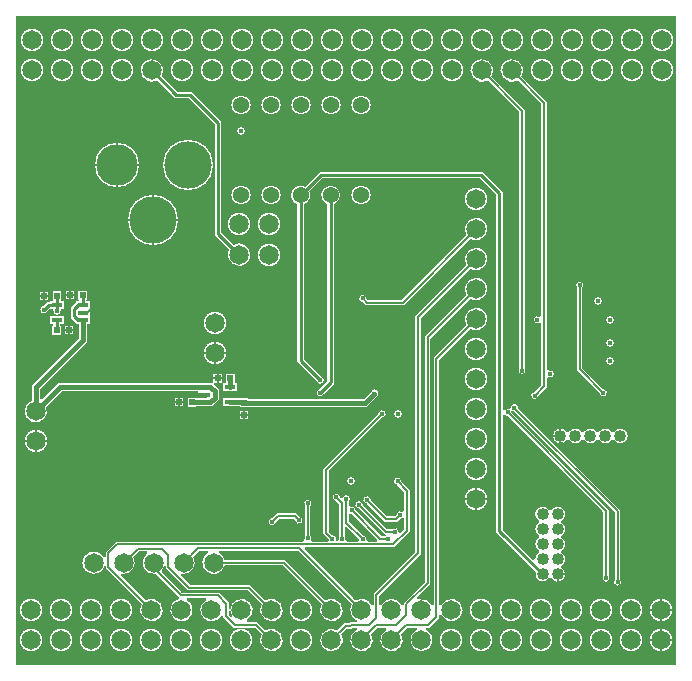
<source format=gbl>
G04 ================== begin FILE IDENTIFICATION RECORD ==================*
G04 Layout Name:  BBB_CAPE_PCB_AN_V_1_1.brd*
G04 Film Name:    BOTTOM*
G04 File Format:  Gerber RS274X*
G04 File Origin:  Cadence Allegro 16.6-2015-S056*
G04 Origin Date:  Tue May 17 20:29:37 2016*
G04 *
G04 Layer:  VIA CLASS/BOTTOM*
G04 Layer:  PIN/BOTTOM*
G04 Layer:  ETCH/BOTTOM*
G04 *
G04 Offset:    (0.00 0.00)*
G04 Mirror:    No*
G04 Mode:      Positive*
G04 Rotation:  0*
G04 FullContactRelief:  No*
G04 UndefLineWidth:     5.00*
G04 ================== end FILE IDENTIFICATION RECORD ====================*
%FSLAX25Y25*MOIN*%
%IR0*IPPOS*OFA0.00000B0.00000*MIA0B0*SFA1.00000B1.00000*%
%ADD18C,.04*%
%ADD11C,.015*%
%ADD17C,.054*%
%ADD10C,.065*%
%ADD13R,.036X.016*%
%ADD16R,.019X.019*%
%ADD12R,.019X.019*%
%ADD14C,.1378*%
%ADD15C,.15748*%
%ADD19C,.01*%
%ADD20C,.006*%
%ADD26C,.02504*%
%ADD25C,.06404*%
%ADD21C,.07504*%
%ADD24C,.16752*%
%ADD22R,.02904X.02904*%
%ADD23C,.14784*%
G75*
%LPD*%
G75*
G36*
G01X611300Y1592400D02*
Y1808700D01*
X831000D01*
Y1592400D01*
X611300D01*
G37*
%LPC*%
G75*
G36*
G01X659717Y1788741D02*
X665056Y1783402D01*
X669757D01*
X679602Y1773557D01*
Y1736556D01*
X683743Y1732415D01*
G02X682121Y1730731I1757J-3315D01*
G01X682183Y1730859D01*
X677398Y1735644D01*
Y1772645D01*
X668845Y1781198D01*
X664144D01*
X658159Y1787183D01*
X658031Y1787121D01*
G02X659779Y1788869I-1631J3379D01*
G01X659717Y1788741D01*
G37*
G36*
G01X727954Y1714521D02*
X728453Y1714022D01*
X739647D01*
X761285Y1735660D01*
X761213Y1735792D01*
G02X762692Y1734313I3287J1808D01*
G01X762560Y1734385D01*
X740393Y1712218D01*
X727707D01*
X726679Y1713246D01*
X726605Y1713252D01*
G02X727948Y1714595I95J1248D01*
G01X727954Y1714521D01*
G37*
G36*
G01X622256Y1711026D02*
X621601Y1710370D01*
X621586Y1710326D01*
G02X619999Y1711913I-1186J401D01*
G01X620043Y1711928D01*
X621544Y1713428D01*
X622498D01*
Y1713628D01*
X623348D01*
Y1716852D01*
X626252D01*
Y1713628D01*
X627102D01*
Y1711026D01*
X626420D01*
G03X626027Y1710547I-1J-400D01*
G02X623573I-1227J-247D01*
G03X623180Y1711026I-392J79D01*
G01X622256D01*
G37*
G36*
G01X626152Y1705352D02*
Y1702448D01*
X623248D01*
Y1705352D01*
X623598D01*
Y1705908D01*
X622498D01*
Y1708510D01*
X627102D01*
Y1705908D01*
X625802D01*
Y1705352D01*
X626152D01*
G37*
G36*
G01X769615Y1788560D02*
X780702Y1777473D01*
Y1691345D01*
G02X778898I-902J-869D01*
G01Y1776727D01*
X768338Y1787287D01*
G02X769687Y1788692I-1939J3212D01*
G01X769615Y1788560D01*
G37*
G36*
G01X684902Y1683690D02*
X682965D01*
X682940Y1683683D01*
G02X682260I-340J1308D01*
G01X682235Y1683690D01*
X680298D01*
Y1686292D01*
X681148D01*
Y1689352D01*
X684052D01*
Y1686292D01*
X684902D01*
Y1683690D01*
G37*
G36*
G01X717102Y1686044D02*
X713801Y1682743D01*
X713786Y1682699D01*
G02X712199Y1684286I-1186J401D01*
G01X712243Y1684301D01*
X714898Y1686956D01*
Y1745893D01*
G02X717102I1102J3007D01*
G01Y1686044D01*
G37*
G36*
G01X805646Y1682979D02*
X798098Y1690527D01*
Y1718031D01*
G02X799902I902J869D01*
G01Y1691273D01*
X806921Y1684254D01*
X806995Y1684248D01*
G02X805652Y1682905I-95J-1248D01*
G01X805646Y1682979D01*
G37*
G36*
G01X688552Y1678448D02*
Y1678348D01*
X685648D01*
Y1678522D01*
X682600D01*
G02X682260Y1678565I-2J1351D01*
G01X682235Y1678572D01*
X680298D01*
Y1681174D01*
X682235D01*
X682260Y1681181D01*
G02X682600Y1681224I338J-1308D01*
G01X685648D01*
Y1681252D01*
X688552D01*
Y1681152D01*
X727040D01*
X729644Y1683756D01*
G02X731556Y1681844I956J-956D01*
G01X728160Y1678448D01*
X688552D01*
G37*
G36*
G01X795406Y1667391D02*
G03X794716I-345J-204D01*
G02Y1669931I-2155J1270D01*
G03X795406I345J204D01*
G02X799716I2155J-1270D01*
G03X800406I345J204D01*
G02X804716I2155J-1270D01*
G03X805406I345J204D01*
G02X809716I2155J-1270D01*
G03X810406I345J204D01*
G02Y1667391I2155J-1270D01*
G03X809716I-345J-204D01*
G02X805406I-2155J1270D01*
G03X804716I-345J-204D01*
G02X800406I-2155J1270D01*
G03X799716I-345J-204D01*
G02X795406I-2155J1270D01*
G37*
G36*
G01X696455Y1641298D02*
X696529Y1641304D01*
X698107Y1642882D01*
X704393D01*
X705421Y1641854D01*
X705495Y1641848D01*
G02X704152Y1640505I-95J-1248D01*
G01X704146Y1640579D01*
X703647Y1641078D01*
X698853D01*
X697804Y1640029D01*
X697798Y1639955D01*
G02X696455Y1641298I-1248J95D01*
G37*
G36*
G01X812562Y1620869D02*
G02X810760I-901J-869D01*
G01Y1643366D01*
X777279Y1676846D01*
X777205Y1676852D01*
G02X776496Y1677140I94J1248D01*
G03X776180Y1676920I-128J-154D01*
G02X776248Y1676595I-1181J-417D01*
G01X776254Y1676521D01*
X808702Y1644073D01*
Y1622069D01*
G02X806898I-902J-869D01*
G01Y1643327D01*
X774979Y1675246D01*
X774905Y1675252D01*
G02X774092Y1675638I95J1248D01*
G03X773402Y1675363I-290J-275D01*
G01Y1637456D01*
X783515Y1627342D01*
G03X784198Y1627622I283J283D01*
G02X785430Y1629755I2502J-23D01*
G03Y1630445I-204J345D01*
G02Y1634755I1270J2155D01*
G03Y1635445I-204J345D01*
G02Y1639755I1270J2155D01*
G03Y1640445I-204J345D01*
G02X788855Y1643870I1270J2155D01*
G03X789545I345J204D01*
G02X792970Y1640445I2155J-1270D01*
G03Y1639755I204J-345D01*
G02Y1635445I-1270J-2155D01*
G03Y1634755I204J-345D01*
G02Y1630445I-1270J-2155D01*
G03Y1629755I204J-345D01*
G02Y1625445I-1270J-2155D01*
G03Y1624755I204J-345D01*
G02X789545Y1621330I-1270J-2155D01*
G03X788855I-345J-204D01*
G02X784297Y1623298I-2155J1271D01*
G01X784330Y1623412D01*
X771198Y1636544D01*
Y1749244D01*
X765844Y1754598D01*
X713256D01*
X708907Y1750249D01*
X708958Y1750126D01*
G02X707102Y1745893I-2958J-1226D01*
G01Y1694256D01*
X712957Y1688401D01*
X713001Y1688386D01*
G02X711414Y1686799I-401J-1186D01*
G01X711399Y1686843D01*
X704898Y1693344D01*
Y1745893D01*
G02X707226Y1751858I1102J3007D01*
G01X707349Y1751807D01*
X712344Y1756802D01*
X766756D01*
X773402Y1750156D01*
Y1677637D01*
G03X774092Y1677362I400J0D01*
G02X775493Y1677651I908J-862D01*
G03X776050Y1678038I157J368D01*
G02X778548Y1678195I1250J62D01*
G01X778554Y1678121D01*
X812562Y1644112D01*
Y1620869D01*
G37*
G36*
G01X621131Y1678419D02*
G02X616348Y1680400I-3431J-1519D01*
G01Y1685560D01*
X632048Y1701260D01*
Y1705907D01*
X631098D01*
Y1706356D01*
X629398Y1708056D01*
Y1711480D01*
X631098Y1713180D01*
Y1713628D01*
X632298D01*
Y1714148D01*
X631948D01*
Y1717052D01*
X634852D01*
Y1714148D01*
X634502D01*
Y1713628D01*
X635702D01*
Y1711070D01*
Y1705907D01*
X634752D01*
Y1700140D01*
X619052Y1684440D01*
Y1681128D01*
G03X619734Y1680846I400J1D01*
G01X625231Y1686342D01*
X676511D01*
X676607Y1686246D01*
G03X676948Y1686388I141J142D01*
G01Y1689352D01*
X679852D01*
Y1686448D01*
X677370D01*
G03X677088Y1685766I1J-400D01*
G01X678800Y1684053D01*
Y1680811D01*
X676511Y1678522D01*
X674000D01*
G02X673749Y1678545I-3J1351D01*
G01X673731Y1678548D01*
X671252D01*
Y1678448D01*
X668348D01*
Y1681352D01*
X671252D01*
Y1681252D01*
X671698D01*
Y1683640D01*
X626351D01*
X621131Y1678419D01*
G37*
G36*
G01X785254Y1682079D02*
X785248Y1682005D01*
G02X783905Y1683348I-1248J95D01*
G01X783979Y1683354D01*
X786298Y1685673D01*
Y1706085D01*
G03X785658Y1706405I-400J0D01*
G02Y1708407I-752J1001D01*
G03X786298Y1708727I240J320D01*
G01Y1779327D01*
X778338Y1787287D01*
G02X779687Y1788692I-1939J3212D01*
G01X779615Y1788560D01*
X788102Y1780073D01*
Y1690835D01*
G03X788677Y1690475I400J-1D01*
G02Y1688225I549J-1125D01*
G03X788102Y1687865I-175J-359D01*
G01Y1684927D01*
X785254Y1682079D01*
G37*
G36*
G01X694492Y1603887D02*
G02X693013Y1602408I1808J-3287D01*
G01X693085Y1602540D01*
X690827Y1604798D01*
X683827D01*
X680298Y1608327D01*
Y1608529D01*
G03X679552Y1608728I-400J-1D01*
G02X674428Y1613852I-3252J1872D01*
G03X674229Y1614598I-200J346D01*
G01X668371D01*
G03X668172Y1613852I1J-400D01*
G02X665275Y1614209I-1871J-3252D01*
G03X665448Y1614877I-109J385D01*
G01X657626Y1622699D01*
X657527Y1622685D01*
G02X654845Y1629471I-527J3715D01*
G03X654615Y1630198I-230J327D01*
G01X652073D01*
X650215Y1628340D01*
X650287Y1628208D01*
G02X646509Y1622680I-3287J-1808D01*
G03X646174Y1622001I-52J-396D01*
G01X654360Y1613815D01*
X654492Y1613887D01*
G02X653013Y1612408I1808J-3287D01*
G01X653085Y1612540D01*
X640998Y1624627D01*
Y1625509D01*
X640648D01*
X640606Y1625365D01*
G02X640252Y1628272I-3606J1036D01*
G03X640998Y1628471I346J200D01*
G01Y1629873D01*
X644527Y1633402D01*
X706903D01*
G03X707265Y1633971I0J400D01*
G02X707498Y1635369I1135J529D01*
G01Y1645331D01*
G02X709302I902J869D01*
G01Y1635369D01*
G02X709535Y1633971I-902J-869D01*
G03X709897Y1633402I362J-169D01*
G01X715025D01*
G03X715406Y1633922I0J400D01*
G02X715352Y1634205I1195J375D01*
G01X715346Y1634279D01*
X713598Y1636027D01*
Y1657773D01*
X731946Y1676121D01*
X731952Y1676195D01*
G02X733295Y1674852I1248J-95D01*
G01X733221Y1674846D01*
X715402Y1657027D01*
Y1636773D01*
X716621Y1635554D01*
X716695Y1635548D01*
G02X717794Y1633922I-95J-1248D01*
G03X718175Y1633402I381J-120D01*
G01X718197D01*
G03X718585Y1633898I0J400D01*
G02X718898Y1635069I1215J303D01*
G01Y1645927D01*
X717879Y1646946D01*
X717805Y1646952D01*
G02X719148Y1648295I95J1248D01*
G01X719154Y1648221D01*
X719372Y1648003D01*
G03X720029Y1648144I283J282D01*
G02X722101Y1646831I1171J-444D01*
G01Y1645440D01*
G03X722646Y1645067I400J0D01*
G02X724348Y1643995I454J-1167D01*
G01X724354Y1643921D01*
X732973Y1635302D01*
X734131D01*
G02X734293Y1635433I866J-905D01*
G01X734380Y1635493D01*
Y1635798D01*
X734127D01*
X725379Y1644546D01*
X725305Y1644552D01*
G02X726648Y1645895I95J1248D01*
G01X726654Y1645821D01*
X734873Y1637602D01*
X736631D01*
G02X738749Y1636616I869J-902D01*
G03X739431Y1636306I399J-27D01*
G01X740598Y1637473D01*
Y1641014D01*
G03X739981Y1641349I-400J0D01*
G02X739395Y1641152I-680J1051D01*
G01X739321Y1641146D01*
X738293Y1640118D01*
X734087D01*
X728059Y1646146D01*
X727985Y1646152D01*
G02X729328Y1647495I95J1248D01*
G01X729334Y1647421D01*
X734833Y1641922D01*
X737547D01*
X738046Y1642421D01*
X738052Y1642495D01*
G02X739981Y1643451I1248J-95D01*
G03X740598Y1643786I217J335D01*
G01Y1650059D01*
X738295Y1652362D01*
X738221Y1652368D01*
G02X739564Y1653711I95J1248D01*
G01X739570Y1653637D01*
X742402Y1650805D01*
Y1636727D01*
X737273Y1631598D01*
X707542D01*
G03X707259Y1630916I0J-400D01*
G01X724360Y1613815D01*
X724492Y1613887D01*
G02X729642Y1612305I1808J-3287D01*
G03X730398Y1612487I356J182D01*
G01Y1615973D01*
X744298Y1629873D01*
Y1708673D01*
X761285Y1725660D01*
X761213Y1725792D01*
G02X762692Y1724313I3287J1808D01*
G01X762560Y1724385D01*
X746102Y1707927D01*
Y1629127D01*
X732202Y1615227D01*
Y1612487D01*
G03X732958Y1612305I400J0D01*
G02X739642I3342J-1705D01*
G03X740398Y1612487I356J182D01*
G01Y1612873D01*
X747498Y1619973D01*
Y1701873D01*
X761285Y1715660D01*
X761213Y1715792D01*
G02X762692Y1714313I3287J1808D01*
G01X762560Y1714385D01*
X749302Y1701127D01*
Y1619227D01*
X744977Y1614902D01*
G03X745360Y1614232I283J-283D01*
G02X749642Y1612305I940J-3632D01*
G03X750398Y1612487I356J182D01*
G01Y1694773D01*
X761285Y1705660D01*
X761213Y1705792D01*
G02X762692Y1704313I3287J1808D01*
G01X762560Y1704385D01*
X752202Y1694027D01*
Y1612487D01*
G03X752958Y1612305I400J0D01*
G02Y1608895I3342J-1705D01*
G03X752202Y1608713I-356J-182D01*
G01Y1607927D01*
X748973Y1604698D01*
X748187D01*
G03X748005Y1603942I0J-400D01*
G02X744595I-1705J-3342D01*
G03X744413Y1604698I-182J356D01*
G01X741673D01*
X739515Y1602540D01*
X739587Y1602408D01*
G02X734428Y1603852I-3288J-1808D01*
G03X734229Y1604598I-200J346D01*
G01X731573D01*
X729515Y1602540D01*
X729587Y1602408D01*
G02X724595Y1603942I-3287J-1808D01*
G03X724413Y1604698I-182J356D01*
G01X723123D01*
X722823Y1604398D01*
X721373D01*
X719515Y1602540D01*
X719587Y1602408D01*
G02X718108Y1603887I-3287J-1808D01*
G01X718240Y1603815D01*
X720627Y1606202D01*
X722077D01*
X722377Y1606502D01*
X724413D01*
G03X724595Y1607258I0J400D01*
G02X723013Y1612408I1705J3342D01*
G01X723085Y1612540D01*
X705227Y1630398D01*
X679071D01*
G03X678872Y1629652I1J-400D01*
G02X680603Y1627446I-1872J-3251D01*
G01X680645Y1627302D01*
X700873D01*
X714360Y1613815D01*
X714492Y1613887D01*
G02X713013Y1612408I1808J-3287D01*
G01X713085Y1612540D01*
X700127Y1625498D01*
X680645D01*
X680603Y1625354D01*
G02X675128Y1629652I-3603J1046D01*
G03X674929Y1630398I-200J346D01*
G01X672273D01*
X670215Y1628340D01*
X670287Y1628208D01*
G02X666509Y1622680I-3287J-1808D01*
G03X666174Y1622001I-52J-396D01*
G01X669173Y1619002D01*
X689173D01*
X694360Y1613815D01*
X694492Y1613887D01*
G02X693013Y1612408I1808J-3287D01*
G01X693085Y1612540D01*
X688427Y1617198D01*
X668427D01*
X660998Y1624627D01*
Y1625509D01*
X660648D01*
X660606Y1625365D01*
G02X659671Y1623765I-3606J1034D01*
G03X659673Y1623202I285J-280D01*
G01X666473Y1616402D01*
X678873D01*
X682102Y1613173D01*
Y1609073D01*
X682943Y1608232D01*
X683196Y1608486D01*
X683113Y1608620D01*
G02X688172Y1607348I3187J1980D01*
G03X688371Y1606602I200J-346D01*
G01X691573D01*
X694360Y1603815D01*
X694492Y1603887D01*
G37*
G54D26*
X686000Y1770200D03*
X722961Y1653739D03*
X738316Y1675984D03*
X809250Y1693626D03*
Y1707406D03*
X804974Y1713650D03*
X809232Y1699532D03*
G54D25*
X686000Y1748900D03*
Y1778900D03*
X696000Y1748900D03*
X716000Y1778900D03*
X706000D03*
X696000D03*
X726000Y1748900D03*
Y1778900D03*
G54D21*
X616300Y1610600D03*
Y1600600D03*
X617700Y1666900D03*
X616400Y1790500D03*
Y1800500D03*
X636300Y1610600D03*
X626300D03*
X636300Y1600600D03*
X626300D03*
X636400Y1790500D03*
X626400D03*
X636400Y1800500D03*
X626400D03*
X646300Y1610600D03*
X666300Y1600600D03*
X656300D03*
X646300D03*
X666400Y1790500D03*
X646400D03*
X666400Y1800500D03*
X656400D03*
X646400D03*
X686300Y1600600D03*
X676300D03*
X677600Y1696300D03*
Y1706300D03*
X685500Y1739300D03*
X686400Y1790500D03*
X676400D03*
X686400Y1800500D03*
X676400D03*
X706300Y1610600D03*
Y1600600D03*
X695500Y1729100D03*
Y1739300D03*
X716400Y1790500D03*
X706400D03*
X696400D03*
X716400Y1800500D03*
X706400D03*
X696400D03*
X746400Y1790500D03*
X736400D03*
X726400D03*
X746400Y1800500D03*
X736400D03*
X726400D03*
X766300Y1610600D03*
Y1600600D03*
X756300D03*
X764500Y1667600D03*
Y1657600D03*
Y1647600D03*
Y1687600D03*
Y1677600D03*
Y1697600D03*
Y1747600D03*
X756400Y1790500D03*
X766400Y1800500D03*
X756400D03*
X796300Y1610600D03*
X786300D03*
X776300D03*
X796300Y1600600D03*
X786300D03*
X776300D03*
X796400Y1790500D03*
X786400D03*
X796400Y1800500D03*
X786400D03*
X776400D03*
X816300Y1610600D03*
X806300D03*
X816300Y1600600D03*
X806300D03*
X816400Y1790500D03*
X806400D03*
X816400Y1800500D03*
X806400D03*
X826300Y1610600D03*
Y1600600D03*
X826400Y1790500D03*
Y1800500D03*
G54D24*
X656700Y1740600D03*
X668511Y1759104D03*
G54D22*
X620600Y1715400D03*
X628900Y1703900D03*
X629200Y1715600D03*
X665600Y1679900D03*
X687100Y1675600D03*
G54D23*
X644889Y1759104D03*
%LPD*%
G75*
G36*
G01X728015Y1633898D02*
G03X726895Y1635448I-1215J302D01*
G01X726821Y1635454D01*
X722102Y1640173D01*
Y1642360D01*
G02X722646Y1642733I400J0D01*
G03X723005Y1642652I452J1167D01*
G01X723079Y1642646D01*
X731641Y1634084D01*
G02X731358Y1633402I-283J-282D01*
G01X728403D01*
G02X728015Y1633898I0J400D01*
G37*
G36*
G01X720702Y1635069D02*
Y1638058D01*
G02X721384Y1638341I400J0D01*
G01X725546Y1634179D01*
X725552Y1634105D01*
G03X725585Y1633898I1248J93D01*
G02X725197Y1633402I-388J-96D01*
G01X721403D01*
G02X721015Y1633898I0J400D01*
G03X720702Y1635069I-1215J303D01*
G37*
G54D10*
X616300Y1610600D03*
Y1600600D03*
X617700Y1666900D03*
Y1676900D03*
X616400Y1790500D03*
Y1800500D03*
X636300Y1610600D03*
X626300D03*
X636300Y1600600D03*
X626300D03*
X637000Y1626400D03*
X636400Y1790500D03*
X626400D03*
X636400Y1800500D03*
X626400D03*
X666300Y1610600D03*
X656300D03*
X646300D03*
X666300Y1600600D03*
X656300D03*
X646300D03*
X647000Y1626400D03*
X657000D03*
X667000D03*
X666400Y1790500D03*
X656400D03*
X646400D03*
X666400Y1800500D03*
X656400D03*
X646400D03*
X686300Y1610600D03*
X676300D03*
X686300Y1600600D03*
X676300D03*
X677000Y1626400D03*
X677600Y1696300D03*
Y1706300D03*
X685500Y1729100D03*
Y1739300D03*
X686400Y1790500D03*
X676400D03*
X686400Y1800500D03*
X676400D03*
X716300Y1610600D03*
X706300D03*
X696300D03*
X716300Y1600600D03*
X706300D03*
X696300D03*
X695500Y1729100D03*
Y1739300D03*
X716400Y1790500D03*
X706400D03*
X696400D03*
X716400Y1800500D03*
X706400D03*
X696400D03*
X746300Y1610600D03*
X736300D03*
X726300D03*
X746300Y1600600D03*
X736300D03*
X726300D03*
X746400Y1790500D03*
X736400D03*
X726400D03*
X746400Y1800500D03*
X736400D03*
X726400D03*
X766300Y1610600D03*
X756300D03*
X766300Y1600600D03*
X756300D03*
X764500Y1667600D03*
Y1657600D03*
Y1647600D03*
Y1687600D03*
Y1677600D03*
Y1717600D03*
Y1707600D03*
Y1697600D03*
Y1737600D03*
Y1727600D03*
Y1747600D03*
X766400Y1790500D03*
X756400D03*
X766400Y1800500D03*
X756400D03*
X796300Y1610600D03*
X786300D03*
X776300D03*
X796300Y1600600D03*
X786300D03*
X776300D03*
X796400Y1790500D03*
X786400D03*
X776400D03*
X796400Y1800500D03*
X786400D03*
X776400D03*
X816300Y1610600D03*
X806300D03*
X816300Y1600600D03*
X806300D03*
X816400Y1790500D03*
X806400D03*
X816400Y1800500D03*
X806400D03*
X826300Y1610600D03*
Y1600600D03*
X826400Y1790500D03*
Y1800500D03*
G54D20*
G01X613748Y1666900D02*
X617700D01*
G01Y1662948D02*
Y1666900D01*
G01D02*
Y1670852D01*
G01Y1666900D02*
X621652D01*
G01X638000Y1712800D02*
X634968Y1709768D01*
X633400D01*
G01X629200Y1713948D02*
Y1715600D01*
G01X628900Y1702248D02*
Y1703900D01*
G01D02*
Y1705552D01*
G01X627248Y1703900D02*
X628900D01*
G01D02*
X630552D01*
G01X620600Y1713748D02*
Y1715400D01*
G01X629200Y1715600D02*
Y1717252D01*
G01X627548Y1715600D02*
X629200D01*
G01D02*
X630852D01*
G01X620600Y1715400D02*
Y1717052D01*
G01X618948Y1715400D02*
X620600D01*
G01D02*
X622252D01*
G01X637297Y1759104D02*
X644889D01*
G01X738316Y1653616D02*
X741500Y1650432D01*
Y1637100D01*
X736900Y1632500D01*
X644900D01*
X641900Y1629500D01*
Y1625000D01*
X656300Y1610600D01*
G01X657000Y1626400D02*
Y1624600D01*
X666100Y1615500D01*
X678500D01*
X681200Y1612800D01*
Y1608700D01*
X684200Y1605700D01*
X691200D01*
X696300Y1600600D01*
G01X647000Y1626400D02*
X651700Y1631100D01*
X659700D01*
X661900Y1628900D01*
Y1625000D01*
X668800Y1618100D01*
X688800D01*
X696300Y1610600D01*
G01X663948Y1679900D02*
X665600D01*
G01X656700Y1732024D02*
Y1740600D01*
G01D02*
Y1749176D01*
G01X648124Y1740600D02*
X656700D01*
G01D02*
X665276D01*
G01X644889Y1751512D02*
Y1759104D01*
G01D02*
Y1766696D01*
G01Y1759104D02*
X652481D01*
G01X677000Y1626400D02*
X700500D01*
X716300Y1610600D01*
G01X667000Y1626400D02*
X671900Y1631300D01*
X705600D01*
X726300Y1610600D01*
G01X678400Y1686248D02*
Y1687900D01*
G01D02*
Y1689552D01*
G01X676748Y1687900D02*
X678400D01*
G01D02*
X680052D01*
G01X687100Y1673948D02*
Y1675600D01*
G01D02*
Y1677252D01*
G01X685448Y1675600D02*
X687100D01*
G01D02*
X688752D01*
G01X665600Y1678248D02*
Y1679900D01*
G01D02*
Y1681552D01*
G01Y1679900D02*
X667252D01*
G01X677600Y1692348D02*
Y1696300D01*
G01D02*
Y1700252D01*
G01X673648Y1696300D02*
X677600D01*
G01D02*
X681552D01*
G01X764500Y1727600D02*
X745200Y1708300D01*
Y1629500D01*
X731300Y1615600D01*
Y1608000D01*
X728900Y1605600D01*
X722750D01*
X722450Y1605300D01*
X721000D01*
X716300Y1600600D01*
G01X733200Y1676100D02*
X714500Y1657400D01*
Y1636400D01*
X716600Y1634300D01*
G01X708400Y1634500D02*
Y1646200D01*
G01X705400Y1640600D02*
X704020Y1641980D01*
X698480D01*
X696550Y1640050D01*
G01X764500Y1707600D02*
X751300Y1694400D01*
Y1608300D01*
X748600Y1605600D01*
X741300D01*
X736300Y1600600D01*
G01X764500Y1717600D02*
X748400Y1701500D01*
Y1619600D01*
X741300Y1612500D01*
Y1608900D01*
X737900Y1605500D01*
X731200D01*
X726300Y1600600D01*
G01X717900Y1648200D02*
X719800Y1646300D01*
Y1634200D01*
G01X726800D02*
X721200Y1639800D01*
Y1647700D01*
G01X735000Y1634400D02*
X732600D01*
X723100Y1643900D01*
G01X737500Y1636700D02*
X734500D01*
X725400Y1645800D01*
G01X739300Y1642400D02*
X737920Y1641020D01*
X734460D01*
X728080Y1647400D01*
G01X726700Y1714500D02*
X728080Y1713120D01*
X740020D01*
X764500Y1737600D01*
G01Y1643648D02*
Y1647600D01*
G01D02*
Y1651552D01*
G01X760548Y1647600D02*
X764500D01*
G01D02*
X768452D01*
G01X779800Y1690476D02*
Y1777100D01*
X766400Y1790500D01*
G01X791700Y1619898D02*
Y1622600D01*
G01D02*
X794402D01*
G01X775000Y1676500D02*
X807800Y1643700D01*
Y1621200D01*
G01X811661Y1620000D02*
Y1643739D01*
X777300Y1678100D01*
G01X792561Y1665959D02*
Y1668661D01*
G01D02*
Y1671363D01*
G01X789859Y1668661D02*
X792561D01*
G01X784000Y1682100D02*
X787200Y1685300D01*
Y1779700D01*
X776400Y1790500D01*
G01X806900Y1683000D02*
X799000Y1690900D01*
Y1718900D01*
G01X826300Y1596648D02*
Y1600600D01*
G01D02*
Y1604552D01*
G01X822348Y1600600D02*
X826300D01*
G01D02*
X830252D01*
G01X826300Y1606648D02*
Y1610600D01*
G01D02*
Y1614552D01*
G01X822348Y1610600D02*
X826300D01*
G01D02*
X830252D01*
G54D11*
G01X617700Y1676900D02*
X625791Y1684991D01*
X674000D01*
G01X633400Y1707209D02*
Y1700700D01*
X617700Y1685000D01*
Y1676900D01*
G01X674000Y1682432D02*
X668432D01*
G01X674000Y1684991D02*
X675951D01*
X677449Y1683493D01*
Y1681371D01*
X675951Y1679873D01*
X674000D01*
G01D02*
X673973Y1679900D01*
X669800D01*
G01X682600Y1684991D02*
Y1687900D01*
G01Y1679873D02*
X687027D01*
X687100Y1679800D01*
G01X730600Y1682800D02*
X727600Y1679800D01*
X687100D01*
X612710Y1636008D03*
Y1626008D03*
Y1616008D03*
Y1656008D03*
Y1646008D03*
Y1686008D03*
Y1676008D03*
Y1666008D03*
Y1706008D03*
Y1696008D03*
Y1736008D03*
Y1726008D03*
Y1716008D03*
Y1766008D03*
Y1756008D03*
Y1746008D03*
Y1776008D03*
X632710Y1636008D03*
X639800Y1618400D03*
X631800Y1618000D03*
X635931Y1661523D03*
X630931D03*
X635931Y1656523D03*
X630931D03*
X635931Y1651523D03*
X630931D03*
X635931Y1646523D03*
X630931D03*
X635931Y1676523D03*
X630931D03*
X635931Y1671523D03*
X630931D03*
X635931Y1666523D03*
X630931D03*
X622710Y1676008D03*
Y1696008D03*
X624800Y1710300D03*
X620400Y1710727D03*
X624800Y1712300D03*
X632710Y1736008D03*
X622710D03*
X632710Y1726008D03*
X622710D03*
X632710Y1766008D03*
Y1756008D03*
X622710D03*
X632710Y1746008D03*
X622710D03*
X632710Y1776008D03*
X664000Y1620300D03*
X662710Y1636008D03*
X652710D03*
X642710D03*
X660600Y1617600D03*
X665874Y1661947D03*
Y1656947D03*
Y1651947D03*
Y1646947D03*
X660931Y1661523D03*
X655931D03*
X650931D03*
X645931D03*
X640931D03*
X660931Y1656523D03*
X655931D03*
X650931D03*
X645931D03*
X640931D03*
X660931Y1651523D03*
X655931D03*
X650931D03*
X645931D03*
X640931D03*
X660931Y1646523D03*
X655931D03*
X650931D03*
X645931D03*
X640931D03*
X665874Y1671947D03*
Y1666947D03*
X660931Y1676523D03*
X655931D03*
X650931D03*
X645931D03*
X640931D03*
X660931Y1671523D03*
X655931D03*
X650931D03*
X645931D03*
X640931D03*
X660931Y1666523D03*
X655931D03*
X650931D03*
X645931D03*
X640931D03*
X648400Y1664700D03*
X652710Y1706008D03*
X642710Y1736008D03*
X662710Y1726008D03*
X652710D03*
X642710D03*
X662710Y1716008D03*
X652710D03*
X642710Y1746008D03*
X662710Y1776008D03*
X683800Y1620300D03*
X682710Y1636008D03*
X672710D03*
Y1656008D03*
X682710Y1646008D03*
Y1676008D03*
X672710D03*
X682710Y1666008D03*
X672710D03*
X682710Y1706008D03*
X670300Y1704900D03*
X670100Y1696500D03*
X672710Y1726008D03*
X682710Y1716008D03*
X672710D03*
X682710Y1766008D03*
Y1756008D03*
X690500Y1744600D03*
X681700D03*
X682900Y1774200D03*
X672710Y1776008D03*
X686000Y1770200D03*
X716600Y1634300D03*
X708400Y1634500D03*
X699800Y1635500D03*
X702710Y1616008D03*
X705400Y1640600D03*
X696550Y1640050D03*
X708400Y1646200D03*
X712600Y1660400D03*
X708100Y1658200D03*
X702710Y1656008D03*
X692710D03*
Y1646008D03*
X708300Y1674100D03*
X692710Y1686008D03*
X702710Y1676008D03*
X692710D03*
X702710Y1666008D03*
X692710D03*
X712600Y1687200D03*
Y1683100D03*
X696700Y1707300D03*
X702710Y1706008D03*
X712710Y1696008D03*
X702710D03*
X712710Y1736008D03*
X702710D03*
X712710Y1726008D03*
Y1716008D03*
X692710D03*
X702710Y1766008D03*
X692710Y1756008D03*
X710000Y1743400D03*
X712300Y1772900D03*
X702100Y1773400D03*
X692500Y1773500D03*
X722800Y1634600D03*
X729500Y1634500D03*
X722710Y1626008D03*
X719800Y1634200D03*
X726800D03*
X735000Y1634400D03*
X737500Y1636700D03*
X739300Y1642400D03*
X728080Y1647400D03*
X738316Y1653616D03*
X735500Y1644800D03*
X724400Y1648600D03*
X722961Y1653739D03*
X717900Y1648200D03*
X721200Y1647700D03*
X723100Y1643900D03*
X725400Y1645800D03*
X733200Y1676100D03*
X742710Y1686008D03*
X722710D03*
X738316Y1675984D03*
X730600Y1682800D03*
X726700Y1714500D03*
X732710Y1706008D03*
X722710D03*
X732710Y1696008D03*
X722710D03*
X742710Y1736008D03*
X732710D03*
X722710D03*
X732710Y1726008D03*
X722710D03*
X742710Y1766008D03*
X732710D03*
X722710D03*
X742710Y1746008D03*
X732710D03*
X721500Y1743100D03*
X742710Y1776008D03*
X732710D03*
X721400Y1772000D03*
X761700Y1619800D03*
X755800Y1655000D03*
X752710Y1736008D03*
X762710Y1766008D03*
X752710D03*
Y1746008D03*
X762710Y1776008D03*
X752710D03*
X783100Y1636500D03*
X792710Y1616008D03*
X780600Y1618900D03*
X772500Y1619900D03*
X792710Y1656008D03*
X782710D03*
X792710Y1646008D03*
X782710D03*
Y1686008D03*
Y1676008D03*
X792710Y1666008D03*
X789226Y1689350D03*
X775000Y1676500D03*
X784000Y1682100D03*
X777300Y1678100D03*
X777400Y1693700D03*
X792710Y1706008D03*
Y1696008D03*
X784906Y1707406D03*
X779800Y1690476D03*
X769300Y1740000D03*
X792710Y1736008D03*
X782710Y1716008D03*
X769000Y1744500D03*
X792710Y1766008D03*
X782710D03*
X792710Y1756008D03*
X782710D03*
X772710D03*
X792710Y1746008D03*
X782710D03*
X792710Y1776008D03*
X782710D03*
X772710D03*
X802710Y1636008D03*
Y1626008D03*
X807800Y1621200D03*
X811661Y1620000D03*
X812710Y1656008D03*
X802710D03*
X812710Y1646008D03*
X802710D03*
X806900Y1683000D03*
X812710Y1676008D03*
X802710D03*
Y1706008D03*
Y1696008D03*
X809250Y1693626D03*
Y1707406D03*
X804974Y1713650D03*
X809232Y1699532D03*
X799000Y1718900D03*
X812710Y1736008D03*
X802710D03*
X812710Y1726008D03*
X802710D03*
X812710Y1716008D03*
Y1766008D03*
X802710D03*
X812710Y1756008D03*
X802710D03*
X812710Y1746008D03*
X802710D03*
X812710Y1776008D03*
X802710D03*
X822710Y1636008D03*
Y1626008D03*
X822200Y1620300D03*
X822710Y1656008D03*
Y1646008D03*
Y1676008D03*
Y1666008D03*
X824500Y1700400D03*
X821900D03*
X822710Y1736008D03*
Y1726008D03*
Y1716008D03*
Y1766008D03*
Y1756008D03*
Y1746008D03*
Y1776008D03*
G54D12*
X620600Y1715400D03*
X624800D03*
X628900Y1703900D03*
X624700D03*
X629200Y1715600D03*
X633400D03*
X665600Y1679900D03*
X669800D03*
X678400Y1687900D03*
X682600D03*
G54D13*
X624800Y1712327D03*
Y1707209D03*
X633400D03*
Y1709768D03*
Y1712327D03*
X682600Y1679873D03*
Y1684991D03*
X674000D03*
Y1682432D03*
Y1679873D03*
G54D14*
X644889Y1759104D03*
G54D15*
X656700Y1740600D03*
X668511Y1759104D03*
G54D16*
X687100Y1675600D03*
Y1679800D03*
G54D17*
X686000Y1748900D03*
Y1778900D03*
X696000Y1748900D03*
X706000D03*
X716000D03*
Y1778900D03*
X706000D03*
X696000D03*
X726000Y1748900D03*
Y1778900D03*
G54D18*
X791700Y1622600D03*
X786700D03*
X791700Y1627600D03*
X786700D03*
X791700Y1632600D03*
X786700D03*
X791700Y1637600D03*
X786700D03*
X791700Y1642600D03*
X786700D03*
X792561Y1668661D03*
X812561D03*
X807561D03*
X802561D03*
X797561D03*
G54D19*
G01X633400Y1715600D02*
Y1712327D01*
G01D02*
X631803D01*
X630500Y1711024D01*
Y1708512D01*
X631803Y1707209D01*
X633400D01*
G01X624800Y1712327D02*
Y1715400D01*
G01X620400Y1710727D02*
X622000Y1712327D01*
X624800D01*
G01Y1712300D02*
Y1712327D01*
G01Y1710300D02*
Y1712300D01*
G01Y1707209D02*
X624700Y1707109D01*
Y1703900D01*
G01X656400Y1790500D02*
X664600Y1782300D01*
X669301D01*
X678500Y1773101D01*
Y1736100D01*
X685500Y1729100D01*
G01X712600Y1687200D02*
X706000Y1693800D01*
Y1748900D01*
G01X712600Y1683100D02*
X716000Y1686500D01*
Y1748900D01*
G01X786700Y1622600D02*
X772300Y1637000D01*
Y1749700D01*
X766300Y1755700D01*
X712800D01*
X706000Y1748900D01*
M02*

</source>
